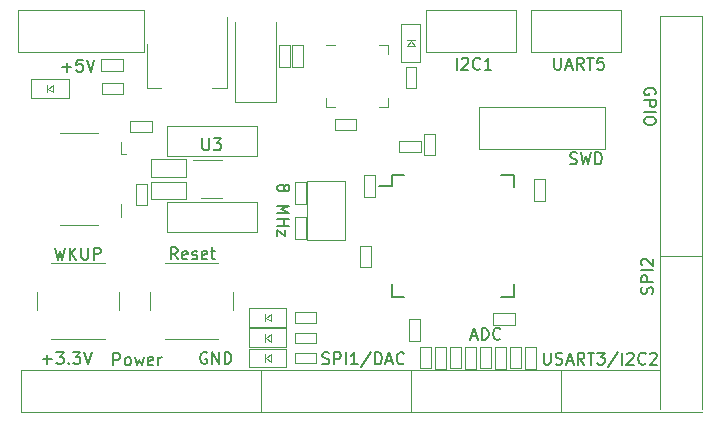
<source format=gbr>
G04 #@! TF.GenerationSoftware,KiCad,Pcbnew,(5.99.0-6506-gfdf6547f5f)*
G04 #@! TF.CreationDate,2020-10-25T23:45:09+03:00*
G04 #@! TF.ProjectId,DevBoard,44657642-6f61-4726-942e-6b696361645f,rev?*
G04 #@! TF.SameCoordinates,Original*
G04 #@! TF.FileFunction,Legend,Top*
G04 #@! TF.FilePolarity,Positive*
%FSLAX46Y46*%
G04 Gerber Fmt 4.6, Leading zero omitted, Abs format (unit mm)*
G04 Created by KiCad (PCBNEW (5.99.0-6506-gfdf6547f5f)) date 2020-10-25 23:45:09*
%MOMM*%
%LPD*%
G01*
G04 APERTURE LIST*
%ADD10C,0.150000*%
%ADD11C,0.100000*%
%ADD12C,0.050000*%
%ADD13C,0.120000*%
%ADD14C,0.070000*%
G04 APERTURE END LIST*
D10*
X55118095Y-103398700D02*
X55022857Y-103351080D01*
X54880000Y-103351080D01*
X54737142Y-103398700D01*
X54641904Y-103493938D01*
X54594285Y-103589176D01*
X54546666Y-103779652D01*
X54546666Y-103922509D01*
X54594285Y-104112985D01*
X54641904Y-104208223D01*
X54737142Y-104303461D01*
X54880000Y-104351080D01*
X54975238Y-104351080D01*
X55118095Y-104303461D01*
X55165714Y-104255842D01*
X55165714Y-103922509D01*
X54975238Y-103922509D01*
X55594285Y-104351080D02*
X55594285Y-103351080D01*
X56165714Y-104351080D01*
X56165714Y-103351080D01*
X56641904Y-104351080D02*
X56641904Y-103351080D01*
X56880000Y-103351080D01*
X57022857Y-103398700D01*
X57118095Y-103493938D01*
X57165714Y-103589176D01*
X57213333Y-103779652D01*
X57213333Y-103922509D01*
X57165714Y-104112985D01*
X57118095Y-104208223D01*
X57022857Y-104303461D01*
X56880000Y-104351080D01*
X56641904Y-104351080D01*
X41230800Y-103970128D02*
X41992704Y-103970128D01*
X41611752Y-104351080D02*
X41611752Y-103589176D01*
X42373657Y-103351080D02*
X42992704Y-103351080D01*
X42659371Y-103732033D01*
X42802228Y-103732033D01*
X42897466Y-103779652D01*
X42945085Y-103827271D01*
X42992704Y-103922509D01*
X42992704Y-104160604D01*
X42945085Y-104255842D01*
X42897466Y-104303461D01*
X42802228Y-104351080D01*
X42516514Y-104351080D01*
X42421276Y-104303461D01*
X42373657Y-104255842D01*
X43421276Y-104255842D02*
X43468895Y-104303461D01*
X43421276Y-104351080D01*
X43373657Y-104303461D01*
X43421276Y-104255842D01*
X43421276Y-104351080D01*
X43802228Y-103351080D02*
X44421276Y-103351080D01*
X44087942Y-103732033D01*
X44230800Y-103732033D01*
X44326038Y-103779652D01*
X44373657Y-103827271D01*
X44421276Y-103922509D01*
X44421276Y-104160604D01*
X44373657Y-104255842D01*
X44326038Y-104303461D01*
X44230800Y-104351080D01*
X43945085Y-104351080D01*
X43849847Y-104303461D01*
X43802228Y-104255842D01*
X44706990Y-103351080D02*
X45040323Y-104351080D01*
X45373657Y-103351080D01*
D11*
X92710000Y-108458000D02*
X97028000Y-108458000D01*
X72390000Y-104902000D02*
X72390000Y-108458000D01*
X85090000Y-104902000D02*
X85090000Y-108458000D01*
X82550000Y-77978000D02*
X82550000Y-74422000D01*
X92710000Y-104902000D02*
X93472000Y-104902000D01*
X39370000Y-108458000D02*
X39370000Y-104902000D01*
X90170000Y-77978000D02*
X90170000Y-74422000D01*
X49784000Y-77978000D02*
X49784000Y-74422000D01*
X39116000Y-77978000D02*
X39116000Y-74422000D01*
X81280000Y-77978000D02*
X81280000Y-74422000D01*
X73660000Y-77978000D02*
X73660000Y-74422000D01*
X93472000Y-74930000D02*
X97028000Y-74930000D01*
X59690000Y-104902000D02*
X59690000Y-108458000D01*
X93472000Y-95250000D02*
X97028000Y-95250000D01*
D10*
X54753095Y-85272280D02*
X54753095Y-86081804D01*
X54800714Y-86177042D01*
X54848333Y-86224661D01*
X54943571Y-86272280D01*
X55134047Y-86272280D01*
X55229285Y-86224661D01*
X55276904Y-86177042D01*
X55324523Y-86081804D01*
X55324523Y-85272280D01*
X55705476Y-85272280D02*
X56324523Y-85272280D01*
X55991190Y-85653233D01*
X56134047Y-85653233D01*
X56229285Y-85700852D01*
X56276904Y-85748471D01*
X56324523Y-85843709D01*
X56324523Y-86081804D01*
X56276904Y-86177042D01*
X56229285Y-86224661D01*
X56134047Y-86272280D01*
X55848333Y-86272280D01*
X55753095Y-86224661D01*
X55705476Y-86177042D01*
X42897585Y-79230528D02*
X43659490Y-79230528D01*
X43278538Y-79611480D02*
X43278538Y-78849576D01*
X44611871Y-78611480D02*
X44135680Y-78611480D01*
X44088061Y-79087671D01*
X44135680Y-79040052D01*
X44230919Y-78992433D01*
X44469014Y-78992433D01*
X44564252Y-79040052D01*
X44611871Y-79087671D01*
X44659490Y-79182909D01*
X44659490Y-79421004D01*
X44611871Y-79516242D01*
X44564252Y-79563861D01*
X44469014Y-79611480D01*
X44230919Y-79611480D01*
X44135680Y-79563861D01*
X44088061Y-79516242D01*
X44945204Y-78611480D02*
X45278538Y-79611480D01*
X45611871Y-78611480D01*
X47221069Y-104462840D02*
X47221069Y-103462840D01*
X47602021Y-103462840D01*
X47697260Y-103510460D01*
X47744879Y-103558079D01*
X47792498Y-103653317D01*
X47792498Y-103796174D01*
X47744879Y-103891412D01*
X47697260Y-103939031D01*
X47602021Y-103986650D01*
X47221069Y-103986650D01*
X48363926Y-104462840D02*
X48268688Y-104415221D01*
X48221069Y-104367602D01*
X48173450Y-104272364D01*
X48173450Y-103986650D01*
X48221069Y-103891412D01*
X48268688Y-103843793D01*
X48363926Y-103796174D01*
X48506783Y-103796174D01*
X48602021Y-103843793D01*
X48649640Y-103891412D01*
X48697260Y-103986650D01*
X48697260Y-104272364D01*
X48649640Y-104367602D01*
X48602021Y-104415221D01*
X48506783Y-104462840D01*
X48363926Y-104462840D01*
X49030593Y-103796174D02*
X49221069Y-104462840D01*
X49411545Y-103986650D01*
X49602021Y-104462840D01*
X49792498Y-103796174D01*
X50554402Y-104415221D02*
X50459164Y-104462840D01*
X50268688Y-104462840D01*
X50173450Y-104415221D01*
X50125831Y-104319983D01*
X50125831Y-103939031D01*
X50173450Y-103843793D01*
X50268688Y-103796174D01*
X50459164Y-103796174D01*
X50554402Y-103843793D01*
X50602021Y-103939031D01*
X50602021Y-104034269D01*
X50125831Y-104129507D01*
X51030593Y-104462840D02*
X51030593Y-103796174D01*
X51030593Y-103986650D02*
X51078212Y-103891412D01*
X51125831Y-103843793D01*
X51221069Y-103796174D01*
X51316307Y-103796174D01*
X93103320Y-81539840D02*
X93150939Y-81444601D01*
X93150939Y-81301744D01*
X93103320Y-81158887D01*
X93008081Y-81063649D01*
X92912843Y-81016030D01*
X92722367Y-80968411D01*
X92579510Y-80968411D01*
X92389034Y-81016030D01*
X92293796Y-81063649D01*
X92198558Y-81158887D01*
X92150939Y-81301744D01*
X92150939Y-81396982D01*
X92198558Y-81539840D01*
X92246177Y-81587459D01*
X92579510Y-81587459D01*
X92579510Y-81396982D01*
X92150939Y-82016030D02*
X93150939Y-82016030D01*
X93150939Y-82396982D01*
X93103320Y-82492220D01*
X93055700Y-82539840D01*
X92960462Y-82587459D01*
X92817605Y-82587459D01*
X92722367Y-82539840D01*
X92674748Y-82492220D01*
X92627129Y-82396982D01*
X92627129Y-82016030D01*
X92150939Y-83016030D02*
X93150939Y-83016030D01*
X93150939Y-83682697D02*
X93150939Y-83873173D01*
X93103320Y-83968411D01*
X93008081Y-84063649D01*
X92817605Y-84111268D01*
X92484272Y-84111268D01*
X92293796Y-84063649D01*
X92198558Y-83968411D01*
X92150939Y-83873173D01*
X92150939Y-83682697D01*
X92198558Y-83587459D01*
X92293796Y-83492220D01*
X92484272Y-83444601D01*
X92817605Y-83444601D01*
X93008081Y-83492220D01*
X93103320Y-83587459D01*
X93150939Y-83682697D01*
X77501904Y-102020666D02*
X77978095Y-102020666D01*
X77406666Y-102306380D02*
X77740000Y-101306380D01*
X78073333Y-102306380D01*
X78406666Y-102306380D02*
X78406666Y-101306380D01*
X78644761Y-101306380D01*
X78787619Y-101354000D01*
X78882857Y-101449238D01*
X78930476Y-101544476D01*
X78978095Y-101734952D01*
X78978095Y-101877809D01*
X78930476Y-102068285D01*
X78882857Y-102163523D01*
X78787619Y-102258761D01*
X78644761Y-102306380D01*
X78406666Y-102306380D01*
X79978095Y-102211142D02*
X79930476Y-102258761D01*
X79787619Y-102306380D01*
X79692380Y-102306380D01*
X79549523Y-102258761D01*
X79454285Y-102163523D01*
X79406666Y-102068285D01*
X79359047Y-101877809D01*
X79359047Y-101734952D01*
X79406666Y-101544476D01*
X79454285Y-101449238D01*
X79549523Y-101354000D01*
X79692380Y-101306380D01*
X79787619Y-101306380D01*
X79930476Y-101354000D01*
X79978095Y-101401619D01*
X64906639Y-104339021D02*
X65049496Y-104386640D01*
X65287591Y-104386640D01*
X65382829Y-104339021D01*
X65430448Y-104291402D01*
X65478067Y-104196164D01*
X65478067Y-104100926D01*
X65430448Y-104005688D01*
X65382829Y-103958069D01*
X65287591Y-103910450D01*
X65097115Y-103862831D01*
X65001877Y-103815212D01*
X64954258Y-103767593D01*
X64906639Y-103672355D01*
X64906639Y-103577117D01*
X64954258Y-103481879D01*
X65001877Y-103434260D01*
X65097115Y-103386640D01*
X65335210Y-103386640D01*
X65478067Y-103434260D01*
X65906639Y-104386640D02*
X65906639Y-103386640D01*
X66287591Y-103386640D01*
X66382829Y-103434260D01*
X66430448Y-103481879D01*
X66478067Y-103577117D01*
X66478067Y-103719974D01*
X66430448Y-103815212D01*
X66382829Y-103862831D01*
X66287591Y-103910450D01*
X65906639Y-103910450D01*
X66906639Y-104386640D02*
X66906639Y-103386640D01*
X67906639Y-104386640D02*
X67335210Y-104386640D01*
X67620924Y-104386640D02*
X67620924Y-103386640D01*
X67525686Y-103529498D01*
X67430448Y-103624736D01*
X67335210Y-103672355D01*
X69049496Y-103339021D02*
X68192353Y-104624736D01*
X69382829Y-104386640D02*
X69382829Y-103386640D01*
X69620924Y-103386640D01*
X69763781Y-103434260D01*
X69859020Y-103529498D01*
X69906639Y-103624736D01*
X69954258Y-103815212D01*
X69954258Y-103958069D01*
X69906639Y-104148545D01*
X69859020Y-104243783D01*
X69763781Y-104339021D01*
X69620924Y-104386640D01*
X69382829Y-104386640D01*
X70335210Y-104100926D02*
X70811400Y-104100926D01*
X70239972Y-104386640D02*
X70573305Y-103386640D01*
X70906639Y-104386640D01*
X71811400Y-104291402D02*
X71763781Y-104339021D01*
X71620924Y-104386640D01*
X71525686Y-104386640D01*
X71382829Y-104339021D01*
X71287591Y-104243783D01*
X71239972Y-104148545D01*
X71192353Y-103958069D01*
X71192353Y-103815212D01*
X71239972Y-103624736D01*
X71287591Y-103529498D01*
X71382829Y-103434260D01*
X71525686Y-103386640D01*
X71620924Y-103386640D01*
X71763781Y-103434260D01*
X71811400Y-103481879D01*
X92855681Y-98439100D02*
X92903300Y-98296242D01*
X92903300Y-98058147D01*
X92855681Y-97962909D01*
X92808062Y-97915290D01*
X92712824Y-97867671D01*
X92617586Y-97867671D01*
X92522348Y-97915290D01*
X92474729Y-97962909D01*
X92427110Y-98058147D01*
X92379491Y-98248623D01*
X92331872Y-98343861D01*
X92284253Y-98391480D01*
X92189015Y-98439100D01*
X92093777Y-98439100D01*
X91998539Y-98391480D01*
X91950920Y-98343861D01*
X91903300Y-98248623D01*
X91903300Y-98010528D01*
X91950920Y-97867671D01*
X92903300Y-97439100D02*
X91903300Y-97439100D01*
X91903300Y-97058147D01*
X91950920Y-96962909D01*
X91998539Y-96915290D01*
X92093777Y-96867671D01*
X92236634Y-96867671D01*
X92331872Y-96915290D01*
X92379491Y-96962909D01*
X92427110Y-97058147D01*
X92427110Y-97439100D01*
X92903300Y-96439100D02*
X91903300Y-96439100D01*
X91998539Y-96010528D02*
X91950920Y-95962909D01*
X91903300Y-95867671D01*
X91903300Y-95629576D01*
X91950920Y-95534338D01*
X91998539Y-95486719D01*
X92093777Y-95439100D01*
X92189015Y-95439100D01*
X92331872Y-95486719D01*
X92903300Y-96058147D01*
X92903300Y-95439100D01*
X85874077Y-87402301D02*
X86016934Y-87449920D01*
X86255029Y-87449920D01*
X86350267Y-87402301D01*
X86397886Y-87354682D01*
X86445505Y-87259444D01*
X86445505Y-87164206D01*
X86397886Y-87068968D01*
X86350267Y-87021349D01*
X86255029Y-86973730D01*
X86064553Y-86926111D01*
X85969315Y-86878492D01*
X85921696Y-86830873D01*
X85874077Y-86735635D01*
X85874077Y-86640397D01*
X85921696Y-86545159D01*
X85969315Y-86497540D01*
X86064553Y-86449920D01*
X86302648Y-86449920D01*
X86445505Y-86497540D01*
X86778839Y-86449920D02*
X87016934Y-87449920D01*
X87207410Y-86735635D01*
X87397886Y-87449920D01*
X87635981Y-86449920D01*
X88016934Y-87449920D02*
X88016934Y-86449920D01*
X88255029Y-86449920D01*
X88397886Y-86497540D01*
X88493124Y-86592778D01*
X88540743Y-86688016D01*
X88588362Y-86878492D01*
X88588362Y-87021349D01*
X88540743Y-87211825D01*
X88493124Y-87307063D01*
X88397886Y-87402301D01*
X88255029Y-87449920D01*
X88016934Y-87449920D01*
X76271619Y-79446380D02*
X76271619Y-78446380D01*
X76700190Y-78541619D02*
X76747809Y-78494000D01*
X76843047Y-78446380D01*
X77081142Y-78446380D01*
X77176380Y-78494000D01*
X77224000Y-78541619D01*
X77271619Y-78636857D01*
X77271619Y-78732095D01*
X77224000Y-78874952D01*
X76652571Y-79446380D01*
X77271619Y-79446380D01*
X78271619Y-79351142D02*
X78224000Y-79398761D01*
X78081142Y-79446380D01*
X77985904Y-79446380D01*
X77843047Y-79398761D01*
X77747809Y-79303523D01*
X77700190Y-79208285D01*
X77652571Y-79017809D01*
X77652571Y-78874952D01*
X77700190Y-78684476D01*
X77747809Y-78589238D01*
X77843047Y-78494000D01*
X77985904Y-78446380D01*
X78081142Y-78446380D01*
X78224000Y-78494000D01*
X78271619Y-78541619D01*
X79224000Y-79446380D02*
X78652571Y-79446380D01*
X78938285Y-79446380D02*
X78938285Y-78446380D01*
X78843047Y-78589238D01*
X78747809Y-78684476D01*
X78652571Y-78732095D01*
X83658035Y-103409500D02*
X83658035Y-104219024D01*
X83705654Y-104314262D01*
X83753273Y-104361881D01*
X83848511Y-104409500D01*
X84038987Y-104409500D01*
X84134225Y-104361881D01*
X84181844Y-104314262D01*
X84229463Y-104219024D01*
X84229463Y-103409500D01*
X84658035Y-104361881D02*
X84800892Y-104409500D01*
X85038987Y-104409500D01*
X85134225Y-104361881D01*
X85181844Y-104314262D01*
X85229463Y-104219024D01*
X85229463Y-104123786D01*
X85181844Y-104028548D01*
X85134225Y-103980929D01*
X85038987Y-103933310D01*
X84848511Y-103885691D01*
X84753273Y-103838072D01*
X84705654Y-103790453D01*
X84658035Y-103695215D01*
X84658035Y-103599977D01*
X84705654Y-103504739D01*
X84753273Y-103457120D01*
X84848511Y-103409500D01*
X85086606Y-103409500D01*
X85229463Y-103457120D01*
X85610416Y-104123786D02*
X86086606Y-104123786D01*
X85515178Y-104409500D02*
X85848511Y-103409500D01*
X86181844Y-104409500D01*
X87086606Y-104409500D02*
X86753273Y-103933310D01*
X86515178Y-104409500D02*
X86515178Y-103409500D01*
X86896130Y-103409500D01*
X86991368Y-103457120D01*
X87038987Y-103504739D01*
X87086606Y-103599977D01*
X87086606Y-103742834D01*
X87038987Y-103838072D01*
X86991368Y-103885691D01*
X86896130Y-103933310D01*
X86515178Y-103933310D01*
X87372320Y-103409500D02*
X87943749Y-103409500D01*
X87658035Y-104409500D02*
X87658035Y-103409500D01*
X88181844Y-103409500D02*
X88800892Y-103409500D01*
X88467559Y-103790453D01*
X88610416Y-103790453D01*
X88705654Y-103838072D01*
X88753273Y-103885691D01*
X88800892Y-103980929D01*
X88800892Y-104219024D01*
X88753273Y-104314262D01*
X88705654Y-104361881D01*
X88610416Y-104409500D01*
X88324701Y-104409500D01*
X88229463Y-104361881D01*
X88181844Y-104314262D01*
X89943749Y-103361881D02*
X89086606Y-104647596D01*
X90277082Y-104409500D02*
X90277082Y-103409500D01*
X90705654Y-103504739D02*
X90753273Y-103457120D01*
X90848511Y-103409500D01*
X91086606Y-103409500D01*
X91181844Y-103457120D01*
X91229463Y-103504739D01*
X91277082Y-103599977D01*
X91277082Y-103695215D01*
X91229463Y-103838072D01*
X90658035Y-104409500D01*
X91277082Y-104409500D01*
X92277082Y-104314262D02*
X92229463Y-104361881D01*
X92086606Y-104409500D01*
X91991368Y-104409500D01*
X91848511Y-104361881D01*
X91753273Y-104266643D01*
X91705654Y-104171405D01*
X91658035Y-103980929D01*
X91658035Y-103838072D01*
X91705654Y-103647596D01*
X91753273Y-103552358D01*
X91848511Y-103457120D01*
X91991368Y-103409500D01*
X92086606Y-103409500D01*
X92229463Y-103457120D01*
X92277082Y-103504739D01*
X92658035Y-103504739D02*
X92705654Y-103457120D01*
X92800892Y-103409500D01*
X93038987Y-103409500D01*
X93134225Y-103457120D01*
X93181844Y-103504739D01*
X93229463Y-103599977D01*
X93229463Y-103695215D01*
X93181844Y-103838072D01*
X92610416Y-104409500D01*
X93229463Y-104409500D01*
X84542571Y-78446380D02*
X84542571Y-79255904D01*
X84590190Y-79351142D01*
X84637809Y-79398761D01*
X84733047Y-79446380D01*
X84923523Y-79446380D01*
X85018761Y-79398761D01*
X85066380Y-79351142D01*
X85114000Y-79255904D01*
X85114000Y-78446380D01*
X85542571Y-79160666D02*
X86018761Y-79160666D01*
X85447333Y-79446380D02*
X85780666Y-78446380D01*
X86114000Y-79446380D01*
X87018761Y-79446380D02*
X86685428Y-78970190D01*
X86447333Y-79446380D02*
X86447333Y-78446380D01*
X86828285Y-78446380D01*
X86923523Y-78494000D01*
X86971142Y-78541619D01*
X87018761Y-78636857D01*
X87018761Y-78779714D01*
X86971142Y-78874952D01*
X86923523Y-78922571D01*
X86828285Y-78970190D01*
X86447333Y-78970190D01*
X87304476Y-78446380D02*
X87875904Y-78446380D01*
X87590190Y-79446380D02*
X87590190Y-78446380D01*
X88685428Y-78446380D02*
X88209238Y-78446380D01*
X88161619Y-78922571D01*
X88209238Y-78874952D01*
X88304476Y-78827333D01*
X88542571Y-78827333D01*
X88637809Y-78874952D01*
X88685428Y-78922571D01*
X88733047Y-79017809D01*
X88733047Y-79255904D01*
X88685428Y-79351142D01*
X88637809Y-79398761D01*
X88542571Y-79446380D01*
X88304476Y-79446380D01*
X88209238Y-79398761D01*
X88161619Y-79351142D01*
X42271559Y-94522040D02*
X42509654Y-95522040D01*
X42700130Y-94807755D01*
X42890606Y-95522040D01*
X43128701Y-94522040D01*
X43509654Y-95522040D02*
X43509654Y-94522040D01*
X44081082Y-95522040D02*
X43652511Y-94950612D01*
X44081082Y-94522040D02*
X43509654Y-95093469D01*
X44509654Y-94522040D02*
X44509654Y-95331564D01*
X44557273Y-95426802D01*
X44604892Y-95474421D01*
X44700130Y-95522040D01*
X44890606Y-95522040D01*
X44985844Y-95474421D01*
X45033463Y-95426802D01*
X45081082Y-95331564D01*
X45081082Y-94522040D01*
X45557273Y-95522040D02*
X45557273Y-94522040D01*
X45938225Y-94522040D01*
X46033463Y-94569660D01*
X46081082Y-94617279D01*
X46128701Y-94712517D01*
X46128701Y-94855374D01*
X46081082Y-94950612D01*
X46033463Y-94998231D01*
X45938225Y-95045850D01*
X45557273Y-95045850D01*
X52645464Y-95496640D02*
X52312131Y-95020450D01*
X52074036Y-95496640D02*
X52074036Y-94496640D01*
X52454988Y-94496640D01*
X52550226Y-94544260D01*
X52597845Y-94591879D01*
X52645464Y-94687117D01*
X52645464Y-94829974D01*
X52597845Y-94925212D01*
X52550226Y-94972831D01*
X52454988Y-95020450D01*
X52074036Y-95020450D01*
X53454988Y-95449021D02*
X53359750Y-95496640D01*
X53169274Y-95496640D01*
X53074036Y-95449021D01*
X53026417Y-95353783D01*
X53026417Y-94972831D01*
X53074036Y-94877593D01*
X53169274Y-94829974D01*
X53359750Y-94829974D01*
X53454988Y-94877593D01*
X53502607Y-94972831D01*
X53502607Y-95068069D01*
X53026417Y-95163307D01*
X53883560Y-95449021D02*
X53978798Y-95496640D01*
X54169274Y-95496640D01*
X54264512Y-95449021D01*
X54312131Y-95353783D01*
X54312131Y-95306164D01*
X54264512Y-95210926D01*
X54169274Y-95163307D01*
X54026417Y-95163307D01*
X53931179Y-95115688D01*
X53883560Y-95020450D01*
X53883560Y-94972831D01*
X53931179Y-94877593D01*
X54026417Y-94829974D01*
X54169274Y-94829974D01*
X54264512Y-94877593D01*
X55121655Y-95449021D02*
X55026417Y-95496640D01*
X54835940Y-95496640D01*
X54740702Y-95449021D01*
X54693083Y-95353783D01*
X54693083Y-94972831D01*
X54740702Y-94877593D01*
X54835940Y-94829974D01*
X55026417Y-94829974D01*
X55121655Y-94877593D01*
X55169274Y-94972831D01*
X55169274Y-95068069D01*
X54693083Y-95163307D01*
X55454988Y-94829974D02*
X55835940Y-94829974D01*
X55597845Y-94496640D02*
X55597845Y-95353783D01*
X55645464Y-95449021D01*
X55740702Y-95496640D01*
X55835940Y-95496640D01*
X61678487Y-89377449D02*
X61726106Y-89282211D01*
X61773725Y-89234592D01*
X61868963Y-89186973D01*
X61916582Y-89186973D01*
X62011820Y-89234592D01*
X62059440Y-89282211D01*
X62107059Y-89377449D01*
X62107059Y-89567925D01*
X62059440Y-89663163D01*
X62011820Y-89710782D01*
X61916582Y-89758401D01*
X61868963Y-89758401D01*
X61773725Y-89710782D01*
X61726106Y-89663163D01*
X61678487Y-89567925D01*
X61678487Y-89377449D01*
X61630868Y-89282211D01*
X61583249Y-89234592D01*
X61488011Y-89186973D01*
X61297535Y-89186973D01*
X61202297Y-89234592D01*
X61154678Y-89282211D01*
X61107059Y-89377449D01*
X61107059Y-89567925D01*
X61154678Y-89663163D01*
X61202297Y-89710782D01*
X61297535Y-89758401D01*
X61488011Y-89758401D01*
X61583249Y-89710782D01*
X61630868Y-89663163D01*
X61678487Y-89567925D01*
X61107059Y-90948878D02*
X62107059Y-90948878D01*
X61392773Y-91282211D01*
X62107059Y-91615544D01*
X61107059Y-91615544D01*
X61107059Y-92091735D02*
X62107059Y-92091735D01*
X61630868Y-92091735D02*
X61630868Y-92663163D01*
X61107059Y-92663163D02*
X62107059Y-92663163D01*
X61773725Y-93044116D02*
X61773725Y-93567925D01*
X61107059Y-93044116D01*
X61107059Y-93567925D01*
D12*
X50514100Y-83804900D02*
X50514100Y-84744900D01*
X48654100Y-83804900D02*
X50514100Y-83804900D01*
X48654100Y-84744900D02*
X48654100Y-83804900D01*
X50514100Y-84744900D02*
X48654100Y-84744900D01*
D11*
X41583100Y-80731600D02*
X41583100Y-81366600D01*
X41710100Y-81049100D02*
X42091100Y-80731600D01*
D12*
X40237100Y-81849100D02*
X40237100Y-80249100D01*
D11*
X42091100Y-80731600D02*
X42091100Y-81366600D01*
X42091100Y-81366600D02*
X41710100Y-81049100D01*
D12*
X40237100Y-80249100D02*
X43437100Y-80249100D01*
X43437100Y-81849100D02*
X40237100Y-81849100D01*
X43437100Y-80249100D02*
X43437100Y-81849100D01*
D13*
X42713300Y-84809900D02*
X45943300Y-84809900D01*
X42713300Y-92629900D02*
X45943300Y-92629900D01*
X47863300Y-90829900D02*
X47863300Y-91909900D01*
X47863300Y-86609900D02*
X48293300Y-86609900D01*
X47863300Y-85529900D02*
X47863300Y-86609900D01*
D14*
X49152300Y-89113600D02*
X50041300Y-89113600D01*
X50041300Y-90891600D02*
X49152300Y-90891600D01*
X50041300Y-89113600D02*
X50041300Y-90891600D01*
X49152300Y-90891600D02*
X49152300Y-89113600D01*
D12*
X50377400Y-87037400D02*
X53337400Y-87037400D01*
X50377400Y-88497400D02*
X50377400Y-87037400D01*
X53337400Y-87037400D02*
X53337400Y-88497400D01*
X53337400Y-88497400D02*
X50377400Y-88497400D01*
D11*
X51755800Y-86738700D02*
X51755800Y-84198700D01*
X51755800Y-84198700D02*
X59375800Y-84198700D01*
X59375800Y-84198700D02*
X59375800Y-86738700D01*
X59375800Y-86738700D02*
X51755800Y-86738700D01*
X51755800Y-90675700D02*
X59375800Y-90675700D01*
X59375800Y-90675700D02*
X59375800Y-93215700D01*
X59375800Y-93215700D02*
X51755800Y-93215700D01*
X51755800Y-93215700D02*
X51755800Y-90675700D01*
D14*
X47996600Y-81493600D02*
X46218600Y-81493600D01*
X47996600Y-80604600D02*
X47996600Y-81493600D01*
X46218600Y-81493600D02*
X46218600Y-80604600D01*
X46218600Y-80604600D02*
X47996600Y-80604600D01*
D12*
X53337400Y-90402400D02*
X50377400Y-90402400D01*
X50377400Y-88942400D02*
X53337400Y-88942400D01*
X53337400Y-88942400D02*
X53337400Y-90402400D01*
X50377400Y-90402400D02*
X50377400Y-88942400D01*
D13*
X56842200Y-75018700D02*
X56842200Y-81028700D01*
X56842200Y-81028700D02*
X55582200Y-81028700D01*
X50022200Y-81028700D02*
X51282200Y-81028700D01*
X50022200Y-77268700D02*
X50022200Y-81028700D01*
X60955500Y-82195200D02*
X60955500Y-75435200D01*
X57535500Y-82195200D02*
X60955500Y-82195200D01*
X57535500Y-75435200D02*
X57535500Y-82195200D01*
X65246100Y-82581900D02*
X65246100Y-81856900D01*
X69741100Y-82581900D02*
X70466100Y-82581900D01*
X69741100Y-77361900D02*
X70466100Y-77361900D01*
X65971100Y-77361900D02*
X65246100Y-77361900D01*
X65971100Y-82581900D02*
X65246100Y-82581900D01*
X70466100Y-82581900D02*
X70466100Y-81856900D01*
X70466100Y-77361900D02*
X70466100Y-78086900D01*
X54615000Y-90329900D02*
X56415000Y-90329900D01*
X56415000Y-87109900D02*
X53965000Y-87109900D01*
D11*
X49784000Y-77978000D02*
X39116000Y-77978000D01*
X39116000Y-74422000D02*
X49784000Y-74422000D01*
D12*
X46176840Y-78584960D02*
X48036840Y-78584960D01*
X46176840Y-79524960D02*
X46176840Y-78584960D01*
X48036840Y-79524960D02*
X46176840Y-79524960D01*
X48036840Y-78584960D02*
X48036840Y-79524960D01*
X73205240Y-75575360D02*
X73205240Y-78775360D01*
D11*
X72722740Y-77429360D02*
X72087740Y-77429360D01*
X72087740Y-77429360D02*
X72405240Y-77048360D01*
X72722740Y-76921360D02*
X72087740Y-76921360D01*
D12*
X73205240Y-78775360D02*
X71605240Y-78775360D01*
D11*
X72405240Y-77048360D02*
X72722740Y-77429360D01*
D12*
X71605240Y-75575360D02*
X73205240Y-75575360D01*
X71605240Y-78775360D02*
X71605240Y-75575360D01*
X82080000Y-102905200D02*
X83020000Y-102905200D01*
X83020000Y-104765200D02*
X82080000Y-104765200D01*
X82080000Y-104765200D02*
X82080000Y-102905200D01*
X83020000Y-102905200D02*
X83020000Y-104765200D01*
X83741360Y-90541200D02*
X82801360Y-90541200D01*
X82801360Y-90541200D02*
X82801360Y-88681200D01*
X82801360Y-88681200D02*
X83741360Y-88681200D01*
X83741360Y-88681200D02*
X83741360Y-90541200D01*
X63500100Y-90782500D02*
X62560100Y-90782500D01*
X62560100Y-90782500D02*
X62560100Y-88922500D01*
X63500100Y-88922500D02*
X63500100Y-90782500D01*
X62560100Y-88922500D02*
X63500100Y-88922500D01*
X80480000Y-104765200D02*
X79540000Y-104765200D01*
X79540000Y-104765200D02*
X79540000Y-102905200D01*
X80480000Y-102905200D02*
X80480000Y-104765200D01*
X79540000Y-102905200D02*
X80480000Y-102905200D01*
X73264120Y-85519160D02*
X73264120Y-86459160D01*
X73264120Y-86459160D02*
X71404120Y-86459160D01*
X71404120Y-86459160D02*
X71404120Y-85519160D01*
X71404120Y-85519160D02*
X73264120Y-85519160D01*
X62560100Y-91940020D02*
X63500100Y-91940020D01*
X63500100Y-93800020D02*
X62560100Y-93800020D01*
X62560100Y-93800020D02*
X62560100Y-91940020D01*
X63500100Y-91940020D02*
X63500100Y-93800020D01*
X77000000Y-102905200D02*
X77940000Y-102905200D01*
X77940000Y-102905200D02*
X77940000Y-104765200D01*
X77940000Y-104765200D02*
X77000000Y-104765200D01*
X77000000Y-104765200D02*
X77000000Y-102905200D01*
X73159720Y-102397920D02*
X72219720Y-102397920D01*
X73159720Y-100537920D02*
X73159720Y-102397920D01*
X72219720Y-100537920D02*
X73159720Y-100537920D01*
X72219720Y-102397920D02*
X72219720Y-100537920D01*
X75400000Y-104765200D02*
X74460000Y-104765200D01*
X74460000Y-102905200D02*
X75400000Y-102905200D01*
X75400000Y-102905200D02*
X75400000Y-104765200D01*
X74460000Y-104765200D02*
X74460000Y-102905200D01*
X68120160Y-94335240D02*
X69060160Y-94335240D01*
X68120160Y-96195240D02*
X68120160Y-94335240D01*
X69060160Y-96195240D02*
X68120160Y-96195240D01*
X69060160Y-94335240D02*
X69060160Y-96195240D01*
X68440200Y-88335760D02*
X69380200Y-88335760D01*
X68440200Y-90195760D02*
X68440200Y-88335760D01*
X69380200Y-90195760D02*
X68440200Y-90195760D01*
X69380200Y-88335760D02*
X69380200Y-90195760D01*
X81229560Y-101023520D02*
X79369560Y-101023520D01*
X79369560Y-100083520D02*
X81229560Y-100083520D01*
X79369560Y-101023520D02*
X79369560Y-100083520D01*
X81229560Y-100083520D02*
X81229560Y-101023520D01*
X61236760Y-79253440D02*
X61236760Y-77393440D01*
X62176760Y-77393440D02*
X62176760Y-79253440D01*
X62176760Y-79253440D02*
X61236760Y-79253440D01*
X61236760Y-77393440D02*
X62176760Y-77393440D01*
X62318800Y-79250900D02*
X62318800Y-77390900D01*
X62318800Y-77390900D02*
X63258800Y-77390900D01*
X63258800Y-77390900D02*
X63258800Y-79250900D01*
X63258800Y-79250900D02*
X62318800Y-79250900D01*
D11*
X60523120Y-100759260D02*
X60142120Y-100441760D01*
D12*
X61869120Y-99641760D02*
X61869120Y-101241760D01*
X58669120Y-99641760D02*
X61869120Y-99641760D01*
D11*
X60015120Y-100124260D02*
X60015120Y-100759260D01*
D12*
X58669120Y-101241760D02*
X58669120Y-99641760D01*
X61869120Y-101241760D02*
X58669120Y-101241760D01*
D11*
X60523120Y-100124260D02*
X60523120Y-100759260D01*
X60142120Y-100441760D02*
X60523120Y-100124260D01*
D12*
X61869120Y-101348640D02*
X61869120Y-102948640D01*
D11*
X60015120Y-101831140D02*
X60015120Y-102466140D01*
D12*
X61869120Y-102948640D02*
X58669120Y-102948640D01*
D11*
X60523120Y-102466140D02*
X60142120Y-102148640D01*
X60523120Y-101831140D02*
X60523120Y-102466140D01*
X60142120Y-102148640D02*
X60523120Y-101831140D01*
D12*
X58669120Y-102948640D02*
X58669120Y-101348640D01*
X58669120Y-101348640D02*
X61869120Y-101348640D01*
D11*
X60523120Y-103538020D02*
X60523120Y-104173020D01*
X60015120Y-103538020D02*
X60015120Y-104173020D01*
D12*
X58669120Y-103055520D02*
X61869120Y-103055520D01*
X61869120Y-103055520D02*
X61869120Y-104655520D01*
D11*
X60523120Y-104173020D02*
X60142120Y-103855520D01*
D12*
X58669120Y-104655520D02*
X58669120Y-103055520D01*
D11*
X60142120Y-103855520D02*
X60523120Y-103538020D01*
D12*
X61869120Y-104655520D02*
X58669120Y-104655520D01*
D11*
X39370000Y-104902000D02*
X59690000Y-104902000D01*
X59690000Y-108458000D02*
X39370000Y-108458000D01*
X97028000Y-74930000D02*
X97028000Y-95250000D01*
X93472000Y-95250000D02*
X93472000Y-74930000D01*
X85344000Y-108458000D02*
X72136000Y-108458000D01*
X72136000Y-104902000D02*
X85344000Y-104902000D01*
X72644000Y-108458000D02*
X59436000Y-108458000D01*
X59436000Y-104902000D02*
X72644000Y-104902000D01*
X93472000Y-108204000D02*
X93472000Y-94996000D01*
X97028000Y-94996000D02*
X97028000Y-108204000D01*
X78168500Y-82588100D02*
X88836500Y-82588100D01*
X88836500Y-82588100D02*
X88836500Y-86144100D01*
X88836500Y-86144100D02*
X78168500Y-86144100D01*
X78168500Y-86144100D02*
X78168500Y-82588100D01*
X73660000Y-74422000D02*
X81280000Y-74422000D01*
X81280000Y-77978000D02*
X73660000Y-77978000D01*
X92710000Y-108458000D02*
X85090000Y-108458000D01*
X85090000Y-104902000D02*
X92710000Y-104902000D01*
X82550000Y-74422000D02*
X90170000Y-74422000D01*
X90170000Y-77978000D02*
X82550000Y-77978000D01*
D14*
X74091800Y-104724200D02*
X73202800Y-104724200D01*
X74091800Y-102946200D02*
X74091800Y-104724200D01*
X73202800Y-104724200D02*
X73202800Y-102946200D01*
X73202800Y-102946200D02*
X74091800Y-102946200D01*
X75755500Y-102946200D02*
X76644500Y-102946200D01*
X76644500Y-102946200D02*
X76644500Y-104724200D01*
X76644500Y-104724200D02*
X75755500Y-104724200D01*
X75755500Y-104724200D02*
X75755500Y-102946200D01*
X79184500Y-104724200D02*
X78295500Y-104724200D01*
X78295500Y-104724200D02*
X78295500Y-102946200D01*
X78295500Y-102946200D02*
X79184500Y-102946200D01*
X79184500Y-102946200D02*
X79184500Y-104724200D01*
X81724500Y-102946200D02*
X81724500Y-104724200D01*
X80835500Y-102946200D02*
X81724500Y-102946200D01*
X80835500Y-104724200D02*
X80835500Y-102946200D01*
X81724500Y-104724200D02*
X80835500Y-104724200D01*
X73520300Y-84851240D02*
X74409300Y-84851240D01*
X74409300Y-84851240D02*
X74409300Y-86629240D01*
X74409300Y-86629240D02*
X73520300Y-86629240D01*
X73520300Y-86629240D02*
X73520300Y-84851240D01*
X72849740Y-79212440D02*
X72849740Y-80990440D01*
X71960740Y-79212440D02*
X72849740Y-79212440D01*
X71960740Y-80990440D02*
X71960740Y-79212440D01*
X72849740Y-80990440D02*
X71960740Y-80990440D01*
X62611000Y-100883720D02*
X62611000Y-99994720D01*
X64389000Y-100883720D02*
X62611000Y-100883720D01*
X64389000Y-99994720D02*
X64389000Y-100883720D01*
X62611000Y-99994720D02*
X64389000Y-99994720D01*
X62611000Y-102593140D02*
X62611000Y-101704140D01*
X64389000Y-101704140D02*
X64389000Y-102593140D01*
X64389000Y-102593140D02*
X62611000Y-102593140D01*
X62611000Y-101704140D02*
X64389000Y-101704140D01*
X64389000Y-103413560D02*
X64389000Y-104302560D01*
X62611000Y-104302560D02*
X62611000Y-103413560D01*
X62611000Y-103413560D02*
X64389000Y-103413560D01*
X64389000Y-104302560D02*
X62611000Y-104302560D01*
X65951100Y-84531200D02*
X65951100Y-83642200D01*
X65951100Y-83642200D02*
X67729100Y-83642200D01*
X67729100Y-83642200D02*
X67729100Y-84531200D01*
X67729100Y-84531200D02*
X65951100Y-84531200D01*
D13*
X47717520Y-99785040D02*
X47717520Y-98285040D01*
X40717520Y-98285040D02*
X40717520Y-99785040D01*
X46467520Y-95785040D02*
X41967520Y-95785040D01*
X41967520Y-102285040D02*
X46467520Y-102285040D01*
X56068720Y-95785040D02*
X51568720Y-95785040D01*
X51568720Y-102285040D02*
X56068720Y-102285040D01*
X50318720Y-98285040D02*
X50318720Y-99785040D01*
X57318720Y-99785040D02*
X57318720Y-98285040D01*
D10*
X70771000Y-89325000D02*
X69746000Y-89325000D01*
X81121000Y-98675000D02*
X81121000Y-97600000D01*
X70771000Y-88325000D02*
X70771000Y-89325000D01*
X70771000Y-98675000D02*
X70771000Y-97600000D01*
X81121000Y-98675000D02*
X80046000Y-98675000D01*
X81121000Y-88325000D02*
X80046000Y-88325000D01*
X81121000Y-88325000D02*
X81121000Y-89400000D01*
X70771000Y-98675000D02*
X71846000Y-98675000D01*
X70771000Y-88325000D02*
X71846000Y-88325000D01*
D11*
X66817040Y-93856180D02*
X63617040Y-93856180D01*
X66817040Y-88856180D02*
X66817040Y-93856180D01*
X63617040Y-93856180D02*
X63617040Y-88856180D01*
X63617040Y-88856180D02*
X66817040Y-88856180D01*
M02*

</source>
